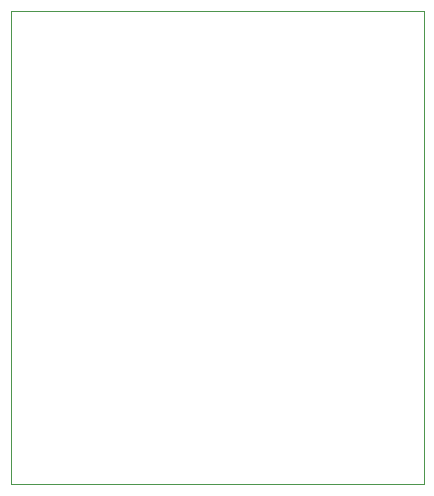
<source format=gbr>
%TF.GenerationSoftware,KiCad,Pcbnew,9.0.5*%
%TF.CreationDate,2025-10-20T16:26:16+05:30*%
%TF.ProjectId,adp2384,61647032-3338-4342-9e6b-696361645f70,A1*%
%TF.SameCoordinates,Original*%
%TF.FileFunction,Profile,NP*%
%FSLAX46Y46*%
G04 Gerber Fmt 4.6, Leading zero omitted, Abs format (unit mm)*
G04 Created by KiCad (PCBNEW 9.0.5) date 2025-10-20 16:26:16*
%MOMM*%
%LPD*%
G01*
G04 APERTURE LIST*
%TA.AperFunction,Profile*%
%ADD10C,0.050000*%
%TD*%
G04 APERTURE END LIST*
D10*
X120742000Y-87564000D02*
X155742000Y-87564000D01*
X155742000Y-127564000D01*
X120742000Y-127564000D01*
X120742000Y-87564000D01*
M02*

</source>
